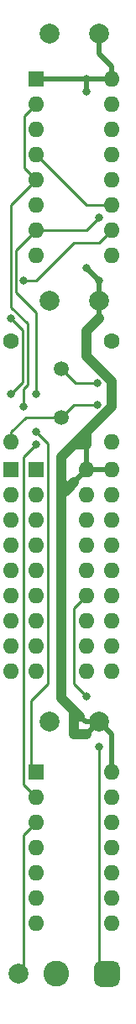
<source format=gtl>
%TF.GenerationSoftware,KiCad,Pcbnew,(5.1.9)-1*%
%TF.CreationDate,2021-02-16T22:14:15+08:00*%
%TF.ProjectId,DaveJonesTandy1000Turbo,44617665-4a6f-46e6-9573-54616e647931,rev?*%
%TF.SameCoordinates,Original*%
%TF.FileFunction,Copper,L1,Top*%
%TF.FilePolarity,Positive*%
%FSLAX46Y46*%
G04 Gerber Fmt 4.6, Leading zero omitted, Abs format (unit mm)*
G04 Created by KiCad (PCBNEW (5.1.9)-1) date 2021-02-16 22:14:15*
%MOMM*%
%LPD*%
G01*
G04 APERTURE LIST*
%TA.AperFunction,ComponentPad*%
%ADD10O,1.600000X1.600000*%
%TD*%
%TA.AperFunction,ComponentPad*%
%ADD11R,1.600000X1.600000*%
%TD*%
%TA.AperFunction,ComponentPad*%
%ADD12C,1.600000*%
%TD*%
%TA.AperFunction,ComponentPad*%
%ADD13C,1.500000*%
%TD*%
%TA.AperFunction,ComponentPad*%
%ADD14C,2.600000*%
%TD*%
%TA.AperFunction,ComponentPad*%
%ADD15C,2.000000*%
%TD*%
%TA.AperFunction,ViaPad*%
%ADD16C,0.800000*%
%TD*%
%TA.AperFunction,Conductor*%
%ADD17C,0.500000*%
%TD*%
%TA.AperFunction,Conductor*%
%ADD18C,1.000000*%
%TD*%
%TA.AperFunction,Conductor*%
%ADD19C,0.250000*%
%TD*%
G04 APERTURE END LIST*
D10*
%TO.P,CN1,18*%
%TO.N,VCC*%
X151130000Y-97790000D03*
%TO.P,CN1,9*%
%TO.N,GND*%
X143510000Y-118110000D03*
%TO.P,CN1,17*%
%TO.N,Net-(CN1-Pad17)*%
X151130000Y-100330000D03*
%TO.P,CN1,8*%
%TO.N,Net-(CN1-Pad8)*%
X143510000Y-115570000D03*
%TO.P,CN1,16*%
%TO.N,Net-(CN1-Pad16)*%
X151130000Y-102870000D03*
%TO.P,CN1,7*%
%TO.N,Net-(CN1-Pad7)*%
X143510000Y-113030000D03*
%TO.P,CN1,15*%
%TO.N,GND*%
X151130000Y-105410000D03*
%TO.P,CN1,6*%
%TO.N,Net-(CN1-Pad6)*%
X143510000Y-110490000D03*
%TO.P,CN1,14*%
%TO.N,Net-(CN1-Pad14)*%
X151130000Y-107950000D03*
%TO.P,CN1,5*%
%TO.N,Net-(CN1-Pad5)*%
X143510000Y-107950000D03*
%TO.P,CN1,13*%
%TO.N,Net-(CN1-Pad13)*%
X151130000Y-110490000D03*
%TO.P,CN1,4*%
%TO.N,GND*%
X143510000Y-105410000D03*
%TO.P,CN1,12*%
%TO.N,Net-(CN1-Pad12)*%
X151130000Y-113030000D03*
%TO.P,CN1,3*%
%TO.N,Net-(CN1-Pad3)*%
X143510000Y-102870000D03*
%TO.P,CN1,11*%
%TO.N,Net-(CN1-Pad11)*%
X151130000Y-115570000D03*
%TO.P,CN1,2*%
%TO.N,Net-(CN1-Pad2)*%
X143510000Y-100330000D03*
%TO.P,CN1,10*%
%TO.N,Net-(CN1-Pad10)*%
X151130000Y-118110000D03*
D11*
%TO.P,CN1,1*%
%TO.N,GND*%
X143510000Y-97790000D03*
%TD*%
D10*
%TO.P,R2,2*%
%TO.N,Net-(R2-Pad2)*%
X153670000Y-94996000D03*
D12*
%TO.P,R2,1*%
%TO.N,GND*%
X153670000Y-84836000D03*
%TD*%
D10*
%TO.P,R1,2*%
%TO.N,Net-(R1-Pad2)*%
X143510000Y-94996000D03*
D12*
%TO.P,R1,1*%
%TO.N,GND*%
X143510000Y-84836000D03*
%TD*%
D13*
%TO.P,Y1,2*%
%TO.N,Net-(R1-Pad2)*%
X148590000Y-92510000D03*
%TO.P,Y1,1*%
%TO.N,Net-(R2-Pad2)*%
X148590000Y-87630000D03*
%TD*%
D10*
%TO.P,U3,18*%
%TO.N,VCC*%
X153670000Y-97790000D03*
%TO.P,U3,9*%
%TO.N,GND*%
X146050000Y-118110000D03*
%TO.P,U3,17*%
%TO.N,Net-(R2-Pad2)*%
X153670000Y-100330000D03*
%TO.P,U3,8*%
%TO.N,Net-(CN1-Pad8)*%
X146050000Y-115570000D03*
%TO.P,U3,16*%
%TO.N,Net-(R1-Pad2)*%
X153670000Y-102870000D03*
%TO.P,U3,7*%
%TO.N,Net-(CN1-Pad7)*%
X146050000Y-113030000D03*
%TO.P,U3,15*%
%TO.N,GND*%
X153670000Y-105410000D03*
%TO.P,U3,6*%
%TO.N,Net-(CN1-Pad6)*%
X146050000Y-110490000D03*
%TO.P,U3,14*%
%TO.N,Net-(CN1-Pad14)*%
X153670000Y-107950000D03*
%TO.P,U3,5*%
%TO.N,Net-(CN1-Pad5)*%
X146050000Y-107950000D03*
%TO.P,U3,13*%
%TO.N,Net-(CN1-Pad13)*%
X153670000Y-110490000D03*
%TO.P,U3,4*%
%TO.N,GND*%
X146050000Y-105410000D03*
%TO.P,U3,12*%
%TO.N,Net-(CN1-Pad12)*%
X153670000Y-113030000D03*
%TO.P,U3,3*%
%TO.N,Net-(CN1-Pad3)*%
X146050000Y-102870000D03*
%TO.P,U3,11*%
%TO.N,Net-(CN1-Pad11)*%
X153670000Y-115570000D03*
%TO.P,U3,2*%
%TO.N,Net-(U3-Pad2)*%
X146050000Y-100330000D03*
%TO.P,U3,10*%
%TO.N,Net-(CN1-Pad10)*%
X153670000Y-118110000D03*
D11*
%TO.P,U3,1*%
%TO.N,GND*%
X146050000Y-97790000D03*
%TD*%
D10*
%TO.P,U2,14*%
%TO.N,VCC*%
X153670000Y-128270000D03*
%TO.P,U2,7*%
%TO.N,GND*%
X146050000Y-143510000D03*
%TO.P,U2,13*%
X153670000Y-130810000D03*
%TO.P,U2,6*%
%TO.N,Net-(U2-Pad6)*%
X146050000Y-140970000D03*
%TO.P,U2,12*%
%TO.N,GND*%
X153670000Y-133350000D03*
%TO.P,U2,5*%
X146050000Y-138430000D03*
%TO.P,U2,11*%
%TO.N,Net-(U2-Pad11)*%
X153670000Y-135890000D03*
%TO.P,U2,4*%
%TO.N,GND*%
X146050000Y-135890000D03*
%TO.P,U2,10*%
X153670000Y-138430000D03*
%TO.P,U2,3*%
%TO.N,Net-(J1-Pad1)*%
X146050000Y-133350000D03*
%TO.P,U2,9*%
%TO.N,GND*%
X153670000Y-140970000D03*
%TO.P,U2,2*%
%TO.N,Net-(U1-Pad2)*%
X146050000Y-130810000D03*
%TO.P,U2,8*%
%TO.N,Net-(U2-Pad8)*%
X153670000Y-143510000D03*
D11*
%TO.P,U2,1*%
%TO.N,Net-(U1-Pad12)*%
X146050000Y-128270000D03*
%TD*%
D10*
%TO.P,U1,16*%
%TO.N,VCC*%
X153670000Y-58420000D03*
%TO.P,U1,8*%
%TO.N,GND*%
X146050000Y-76200000D03*
%TO.P,U1,15*%
%TO.N,Net-(U1-Pad15)*%
X153670000Y-60960000D03*
%TO.P,U1,7*%
%TO.N,Net-(U1-Pad12)*%
X146050000Y-73660000D03*
%TO.P,U1,14*%
%TO.N,Net-(U1-Pad14)*%
X153670000Y-63500000D03*
%TO.P,U1,6*%
%TO.N,Net-(U1-Pad6)*%
X146050000Y-71120000D03*
%TO.P,U1,13*%
%TO.N,GND*%
X153670000Y-66040000D03*
%TO.P,U1,5*%
%TO.N,Net-(U1-Pad2)*%
X146050000Y-68580000D03*
%TO.P,U1,12*%
%TO.N,Net-(U1-Pad12)*%
X153670000Y-68580000D03*
%TO.P,U1,4*%
%TO.N,Net-(U1-Pad11)*%
X146050000Y-66040000D03*
%TO.P,U1,11*%
X153670000Y-71120000D03*
%TO.P,U1,3*%
%TO.N,Net-(U1-Pad3)*%
X146050000Y-63500000D03*
%TO.P,U1,10*%
%TO.N,Net-(CN1-Pad2)*%
X153670000Y-73660000D03*
%TO.P,U1,2*%
%TO.N,Net-(U1-Pad2)*%
X146050000Y-60960000D03*
%TO.P,U1,9*%
%TO.N,Net-(CN1-Pad14)*%
X153670000Y-76200000D03*
D11*
%TO.P,U1,1*%
%TO.N,VCC*%
X146050000Y-58420000D03*
%TD*%
D14*
%TO.P,SW1,2*%
%TO.N,GND*%
X148082000Y-148590000D03*
%TO.P,SW1,1*%
%TO.N,Net-(CN1-Pad13)*%
%TA.AperFunction,ComponentPad*%
G36*
G01*
X154462000Y-147940000D02*
X154462000Y-149240000D01*
G75*
G02*
X153812000Y-149890000I-650000J0D01*
G01*
X152512000Y-149890000D01*
G75*
G02*
X151862000Y-149240000I0J650000D01*
G01*
X151862000Y-147940000D01*
G75*
G02*
X152512000Y-147290000I650000J0D01*
G01*
X153812000Y-147290000D01*
G75*
G02*
X154462000Y-147940000I0J-650000D01*
G01*
G37*
%TD.AperFunction*%
%TD*%
D15*
%TO.P,J1,1*%
%TO.N,Net-(J1-Pad1)*%
X144272000Y-148590000D03*
%TD*%
%TO.P,C3,2*%
%TO.N,GND*%
X147400000Y-80772000D03*
%TO.P,C3,1*%
%TO.N,VCC*%
X152400000Y-80772000D03*
%TD*%
%TO.P,C2,2*%
%TO.N,GND*%
X147400000Y-123190000D03*
%TO.P,C2,1*%
%TO.N,VCC*%
X152400000Y-123190000D03*
%TD*%
%TO.P,C1,2*%
%TO.N,GND*%
X147400000Y-53848000D03*
%TO.P,C1,1*%
%TO.N,VCC*%
X152400000Y-53848000D03*
%TD*%
D16*
%TO.N,VCC*%
X152400000Y-78740000D03*
X151130000Y-77470000D03*
X151130000Y-59690000D03*
X151130000Y-58420000D03*
X151130000Y-83820000D03*
%TO.N,Net-(CN1-Pad13)*%
X151130000Y-120650000D03*
X152400000Y-125730000D03*
%TO.N,Net-(CN1-Pad2)*%
X144780000Y-78740000D03*
X143510000Y-82550000D03*
X143510000Y-90170000D03*
%TO.N,Net-(R1-Pad2)*%
X152221827Y-91261827D03*
%TO.N,Net-(R2-Pad2)*%
X152221827Y-89078173D03*
%TO.N,Net-(U1-Pad12)*%
X152400000Y-72390000D03*
X146050000Y-93980000D03*
X146050008Y-90170000D03*
%TO.N,Net-(U1-Pad2)*%
X146050000Y-95250000D03*
X144780000Y-91440000D03*
%TD*%
D17*
%TO.N,VCC*%
X153670000Y-58420000D02*
X146050000Y-58420000D01*
X153670000Y-57150000D02*
X153670000Y-58420000D01*
X152400000Y-55880000D02*
X153670000Y-57150000D01*
X152400000Y-53340000D02*
X152400000Y-55880000D01*
X152400000Y-81280000D02*
X152400000Y-78740000D01*
X152400000Y-78740000D02*
X151130000Y-77470000D01*
X151130000Y-58420000D02*
X153670000Y-58420000D01*
X151130000Y-58420000D02*
X151130000Y-59690000D01*
X153670000Y-124460000D02*
X152400000Y-123190000D01*
X153670000Y-128270000D02*
X153670000Y-124460000D01*
X151130000Y-97790000D02*
X149860000Y-99060000D01*
D18*
X148590000Y-100309958D02*
X148600021Y-100319979D01*
X149225000Y-99695000D02*
X148590000Y-99060000D01*
X148590000Y-99060000D02*
X148590000Y-100309958D01*
X149860000Y-99060000D02*
X149225000Y-99695000D01*
X149225000Y-99695000D02*
X148600021Y-100319979D01*
D17*
X150985786Y-123190000D02*
X152400000Y-123190000D01*
X150422893Y-122627107D02*
X150985786Y-123190000D01*
D18*
X150422893Y-122627106D02*
X150422893Y-122627107D01*
X148600021Y-100319979D02*
X148600021Y-120804234D01*
X149787894Y-121992106D02*
X150422893Y-122627106D01*
X148600021Y-120804234D02*
X149787894Y-121992106D01*
D17*
X152400000Y-123190000D02*
X151130000Y-124460000D01*
D18*
X151130000Y-124460000D02*
X149860000Y-124460000D01*
D17*
X149860000Y-122064212D02*
X149787894Y-121992106D01*
D18*
X149860000Y-124460000D02*
X149860000Y-122064212D01*
X148590000Y-99060000D02*
X148590000Y-96520000D01*
X148590000Y-96520000D02*
X149860000Y-95250000D01*
X149860000Y-95250000D02*
X151130000Y-95250000D01*
D17*
X151130000Y-95250000D02*
X151130000Y-97790000D01*
D18*
X151130000Y-95250000D02*
X151130000Y-93980000D01*
X151130000Y-93980000D02*
X153670000Y-91440000D01*
X153670000Y-91440000D02*
X153670000Y-88900000D01*
X153670000Y-88900000D02*
X152169999Y-87399999D01*
X152169999Y-87399999D02*
X151130000Y-86360000D01*
X151130000Y-86360000D02*
X151130000Y-83820000D01*
X152400000Y-82550000D02*
X151130000Y-83820000D01*
D17*
X152400000Y-81280000D02*
X152400000Y-82550000D01*
X151130000Y-97790000D02*
X153670000Y-97790000D01*
D18*
X149860000Y-95250000D02*
X151130000Y-93980000D01*
D19*
%TO.N,Net-(CN1-Pad13)*%
X151130000Y-110490000D02*
X149860000Y-111760000D01*
X149860000Y-119380000D02*
X151130000Y-120650000D01*
X149860000Y-111760000D02*
X149860000Y-119380000D01*
X153670000Y-148590000D02*
X152400000Y-147320000D01*
X152400000Y-147320000D02*
X152400000Y-125730000D01*
X153162000Y-148590000D02*
X152400000Y-147828000D01*
%TO.N,Net-(CN1-Pad2)*%
X153670000Y-73660000D02*
X152400000Y-74930000D01*
X152400000Y-74930000D02*
X149860000Y-74930000D01*
X146050000Y-78740000D02*
X144780000Y-78740000D01*
X149860000Y-74930000D02*
X146050000Y-78740000D01*
X144685001Y-83725001D02*
X143510000Y-82550000D01*
X144685001Y-88994999D02*
X144685001Y-83725001D01*
X143510000Y-90170000D02*
X144685001Y-88994999D01*
%TO.N,Net-(J1-Pad1)*%
X146050000Y-133350000D02*
X144780000Y-134620000D01*
X144272000Y-148590000D02*
X144780000Y-148082000D01*
X144780000Y-148082000D02*
X144780000Y-148590000D01*
X144780000Y-134620000D02*
X144780000Y-148082000D01*
%TO.N,Net-(R1-Pad2)*%
X144980000Y-92510000D02*
X148590000Y-92510000D01*
X143510000Y-93980000D02*
X144980000Y-92510000D01*
X143510000Y-95250000D02*
X143510000Y-93980000D01*
X149838173Y-91261827D02*
X148590000Y-92510000D01*
X152221827Y-91261827D02*
X149838173Y-91261827D01*
%TO.N,Net-(R2-Pad2)*%
X150038173Y-89078173D02*
X148590000Y-87630000D01*
X152221827Y-89078173D02*
X150038173Y-89078173D01*
%TO.N,Net-(U1-Pad12)*%
X146050000Y-73660000D02*
X151130000Y-73660000D01*
X151130000Y-73660000D02*
X152400000Y-72390000D01*
X146050000Y-128270000D02*
X146024999Y-128244999D01*
X146050000Y-128270000D02*
X145524989Y-127744989D01*
X145524989Y-127744989D02*
X145524989Y-121080012D01*
X145524989Y-121080012D02*
X147225001Y-119380000D01*
X147225001Y-119380000D02*
X147225001Y-95155001D01*
X147225001Y-95155001D02*
X146050000Y-93980000D01*
X146050008Y-81965010D02*
X146050008Y-90170000D01*
X146050000Y-73660000D02*
X144004999Y-75705001D01*
X144004999Y-75705001D02*
X144004999Y-79920001D01*
X144004999Y-79920001D02*
X146050008Y-81965010D01*
%TO.N,Net-(U1-Pad2)*%
X144874999Y-67404999D02*
X146050000Y-68580000D01*
X144874999Y-62135001D02*
X144874999Y-67404999D01*
X146050000Y-60960000D02*
X144874999Y-62135001D01*
X146050000Y-130810000D02*
X144780000Y-129540000D01*
X144780000Y-129540000D02*
X144780000Y-96784998D01*
X144780000Y-96520000D02*
X146050000Y-95250000D01*
X144780000Y-96784998D02*
X144780000Y-96520000D01*
X143504989Y-81397987D02*
X143504989Y-71125011D01*
X145185011Y-83078009D02*
X143504989Y-81397987D01*
X145185011Y-89202109D02*
X145185011Y-83078009D01*
X144780000Y-89607120D02*
X145185011Y-89202109D01*
X143504989Y-71125011D02*
X146050000Y-68580000D01*
X144780000Y-91440000D02*
X144780000Y-89607120D01*
%TO.N,Net-(U1-Pad11)*%
X146050000Y-66040000D02*
X151130000Y-71120000D01*
X151130000Y-71120000D02*
X153670000Y-71120000D01*
%TD*%
M02*

</source>
